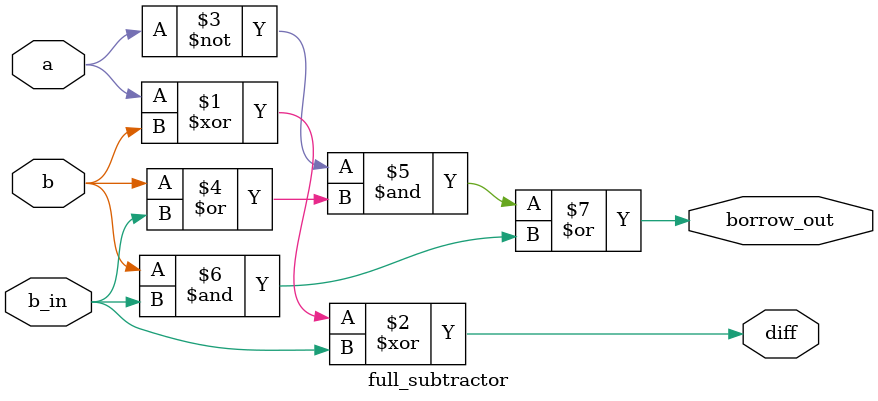
<source format=v>
`timescale 1ns / 1ps


module full_subtractor(
    input a,b,b_in,
    output diff,borrow_out
    );
assign diff=a^b^b_in;
assign borrow_out=((~a)&(b|b_in))|(b&b_in);
endmodule

</source>
